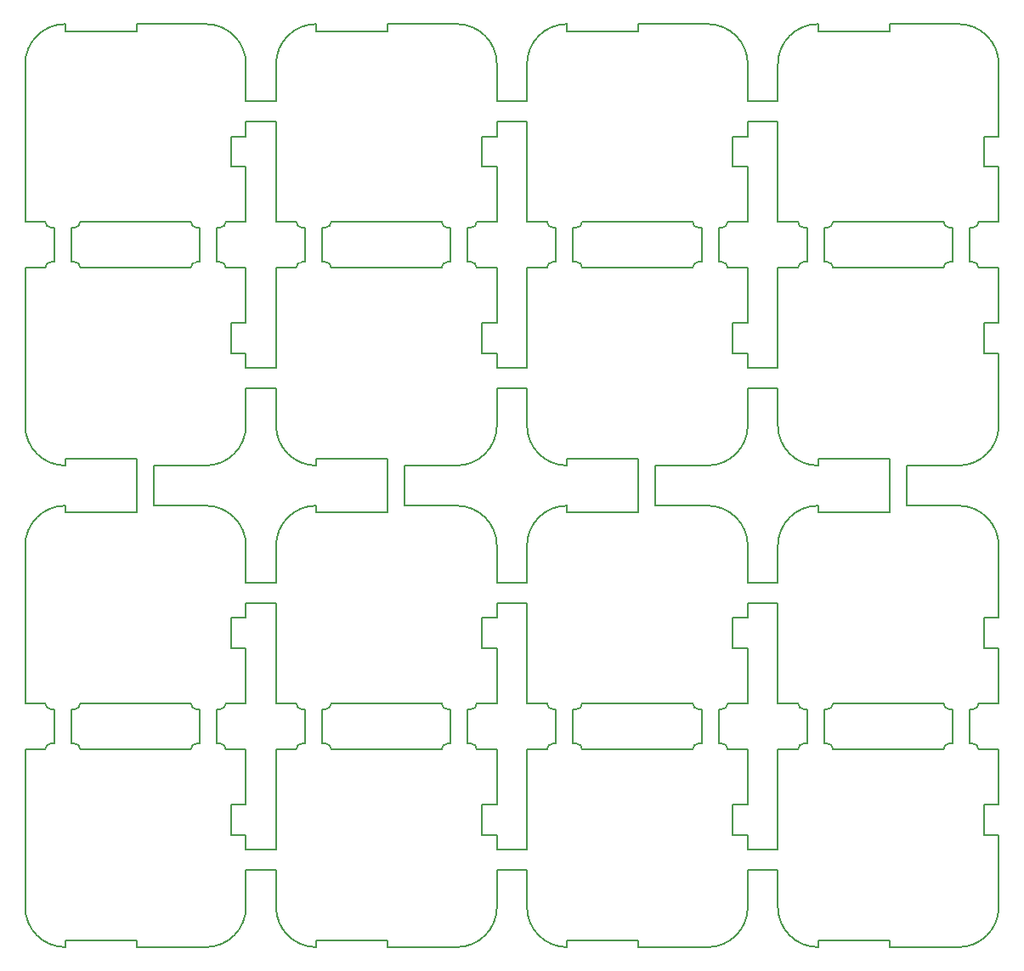
<source format=gbr>
%TF.GenerationSoftware,KiCad,Pcbnew,4.0.7*%
%TF.CreationDate,2018-06-19T18:29:04+03:00*%
%TF.ProjectId,TinyDiversityRX5808_panelized,54696E79446976657273697479525835,rev?*%
%TF.FileFunction,Profile,NP*%
%FSLAX46Y46*%
G04 Gerber Fmt 4.6, Leading zero omitted, Abs format (unit mm)*
G04 Created by KiCad (PCBNEW 4.0.7) date 06/19/18 18:29:04*
%MOMM*%
%LPD*%
G01*
G04 APERTURE LIST*
%ADD10C,0.100000*%
%ADD11C,0.150000*%
G04 APERTURE END LIST*
D10*
D11*
X214900000Y-63750000D02*
X214900000Y-67750000D01*
X216600000Y-67750000D02*
X221800000Y-67750000D01*
X216600000Y-63750000D02*
X216600000Y-67750000D01*
X221800000Y-63750000D02*
X216600000Y-63750000D01*
X191600000Y-63750000D02*
X191600000Y-67750000D01*
X196800000Y-63750000D02*
X191600000Y-63750000D01*
X189900000Y-63750000D02*
X189900000Y-67750000D01*
X191600000Y-67750000D02*
X196800000Y-67750000D01*
X166600000Y-67750000D02*
X171800000Y-67750000D01*
X171800000Y-63750000D02*
X166600000Y-63750000D01*
X164900000Y-63750000D02*
X164900000Y-67750000D01*
X166600000Y-63750000D02*
X166600000Y-67750000D01*
X141600000Y-67750000D02*
X146800000Y-67750000D01*
X141600000Y-63750000D02*
X146800000Y-63750000D01*
X141600000Y-63750000D02*
X141600000Y-67750000D01*
X139900000Y-63750000D02*
X139900000Y-67750000D01*
X134300000Y-63050000D02*
X137300000Y-63050000D01*
X150800000Y-52550000D02*
X149300000Y-52550000D01*
X149300000Y-52550000D02*
X149300000Y-49550000D01*
X149300000Y-49550000D02*
X150800000Y-49550000D01*
X150800000Y-49550000D02*
X150800000Y-44050000D01*
X139900000Y-63750000D02*
X139900000Y-63050000D01*
X139900000Y-63050000D02*
X137300000Y-63050000D01*
X146800000Y-63750000D02*
G75*
G03X150800000Y-59750000I0J4000000D01*
G01*
X128800000Y-59750000D02*
G75*
G03X132800000Y-63750000I4000000J0D01*
G01*
X128800000Y-59750000D02*
X128800000Y-44050000D01*
X132800000Y-63750000D02*
X132800000Y-63050000D01*
X132800000Y-63050000D02*
X134300000Y-63050000D01*
X131400000Y-43450000D02*
G75*
G03X130800000Y-44050000I0J-600000D01*
G01*
X134300000Y-44050000D02*
G75*
G03X133700000Y-43450000I-600000J0D01*
G01*
X145900000Y-43450000D02*
G75*
G03X145300000Y-44050000I0J-600000D01*
G01*
X148800000Y-44050000D02*
G75*
G03X148200000Y-43450000I-600000J0D01*
G01*
X130800000Y-44050000D02*
X128800000Y-44050000D01*
X148800000Y-44050000D02*
X150800000Y-44050000D01*
X173800000Y-44050000D02*
X175800000Y-44050000D01*
X155800000Y-44050000D02*
X153800000Y-44050000D01*
X173800000Y-44050000D02*
G75*
G03X173200000Y-43450000I-600000J0D01*
G01*
X170900000Y-43450000D02*
G75*
G03X170300000Y-44050000I0J-600000D01*
G01*
X159300000Y-44050000D02*
G75*
G03X158700000Y-43450000I-600000J0D01*
G01*
X156400000Y-43450000D02*
G75*
G03X155800000Y-44050000I0J-600000D01*
G01*
X157800000Y-63050000D02*
X159300000Y-63050000D01*
X157800000Y-63750000D02*
X157800000Y-63050000D01*
X153800000Y-59750000D02*
G75*
G03X157800000Y-63750000I4000000J0D01*
G01*
X171800000Y-63750000D02*
G75*
G03X175800000Y-59750000I0J4000000D01*
G01*
X164900000Y-63050000D02*
X162300000Y-63050000D01*
X164900000Y-63750000D02*
X164900000Y-63050000D01*
X175800000Y-49550000D02*
X175800000Y-44050000D01*
X174300000Y-49550000D02*
X175800000Y-49550000D01*
X174300000Y-52550000D02*
X174300000Y-49550000D01*
X175800000Y-52550000D02*
X174300000Y-52550000D01*
X159300000Y-63050000D02*
X162300000Y-63050000D01*
X184300000Y-63050000D02*
X187300000Y-63050000D01*
X200800000Y-52550000D02*
X199300000Y-52550000D01*
X199300000Y-52550000D02*
X199300000Y-49550000D01*
X199300000Y-49550000D02*
X200800000Y-49550000D01*
X200800000Y-49550000D02*
X200800000Y-44050000D01*
X189900000Y-63750000D02*
X189900000Y-63050000D01*
X189900000Y-63050000D02*
X187300000Y-63050000D01*
X196800000Y-63750000D02*
G75*
G03X200800000Y-59750000I0J4000000D01*
G01*
X178800000Y-59750000D02*
G75*
G03X182800000Y-63750000I4000000J0D01*
G01*
X182800000Y-63750000D02*
X182800000Y-63050000D01*
X182800000Y-63050000D02*
X184300000Y-63050000D01*
X181400000Y-43450000D02*
G75*
G03X180800000Y-44050000I0J-600000D01*
G01*
X184300000Y-44050000D02*
G75*
G03X183700000Y-43450000I-600000J0D01*
G01*
X195900000Y-43450000D02*
G75*
G03X195300000Y-44050000I0J-600000D01*
G01*
X198800000Y-44050000D02*
G75*
G03X198200000Y-43450000I-600000J0D01*
G01*
X180800000Y-44050000D02*
X178800000Y-44050000D01*
X184300000Y-44050000D02*
X195300000Y-44050000D01*
X198800000Y-44050000D02*
X200800000Y-44050000D01*
X223800000Y-44050000D02*
X225800000Y-44050000D01*
X209300000Y-44050000D02*
X220300000Y-44050000D01*
X205800000Y-44050000D02*
X203800000Y-44050000D01*
X223800000Y-44050000D02*
G75*
G03X223200000Y-43450000I-600000J0D01*
G01*
X220900000Y-43450000D02*
G75*
G03X220300000Y-44050000I0J-600000D01*
G01*
X209300000Y-44050000D02*
G75*
G03X208700000Y-43450000I-600000J0D01*
G01*
X206400000Y-43450000D02*
G75*
G03X205800000Y-44050000I0J-600000D01*
G01*
X207800000Y-63050000D02*
X209300000Y-63050000D01*
X207800000Y-63750000D02*
X207800000Y-63050000D01*
X203800000Y-59750000D02*
G75*
G03X207800000Y-63750000I4000000J0D01*
G01*
X225800000Y-59750000D02*
X225800000Y-52550000D01*
X221800000Y-63750000D02*
G75*
G03X225800000Y-59750000I0J4000000D01*
G01*
X214900000Y-63050000D02*
X212300000Y-63050000D01*
X214900000Y-63750000D02*
X214900000Y-63050000D01*
X225800000Y-49550000D02*
X225800000Y-44050000D01*
X224300000Y-49550000D02*
X225800000Y-49550000D01*
X224300000Y-52550000D02*
X224300000Y-49550000D01*
X225800000Y-52550000D02*
X224300000Y-52550000D01*
X209300000Y-63050000D02*
X212300000Y-63050000D01*
X150800000Y-54050000D02*
X153800000Y-54050000D01*
X150800000Y-56050000D02*
X153800000Y-56050000D01*
X150800000Y-52550000D02*
X150800000Y-54050000D01*
X150800000Y-56050000D02*
X150800000Y-59750000D01*
X153800000Y-54050000D02*
X153800000Y-44050000D01*
X153800000Y-59750000D02*
X153800000Y-56050000D01*
X175800000Y-54050000D02*
X178800000Y-54050000D01*
X175800000Y-56050000D02*
X178800000Y-56050000D01*
X175800000Y-52550000D02*
X175800000Y-54050000D01*
X175800000Y-56050000D02*
X175800000Y-59750000D01*
X178800000Y-59750000D02*
X178800000Y-56050000D01*
X178800000Y-54050000D02*
X178800000Y-44050000D01*
X200800000Y-54050000D02*
X203800000Y-54050000D01*
X200800000Y-56050000D02*
X203800000Y-56050000D01*
X203800000Y-44050000D02*
X203800000Y-54050000D01*
X200800000Y-52550000D02*
X200800000Y-54050000D01*
X200800000Y-56050000D02*
X200800000Y-59750000D01*
X203800000Y-56050000D02*
X203800000Y-59750000D01*
X203800000Y-27450000D02*
X203800000Y-23750000D01*
X200800000Y-27450000D02*
X200800000Y-23750000D01*
X200800000Y-30950000D02*
X200800000Y-29450000D01*
X203800000Y-39450000D02*
X203800000Y-29450000D01*
X200800000Y-27450000D02*
X203800000Y-27450000D01*
X200800000Y-29450000D02*
X203800000Y-29450000D01*
X178800000Y-29450000D02*
X178800000Y-39450000D01*
X178800000Y-23750000D02*
X178800000Y-27450000D01*
X175800000Y-27450000D02*
X175800000Y-23750000D01*
X175800000Y-30950000D02*
X175800000Y-29450000D01*
X175800000Y-27450000D02*
X178800000Y-27450000D01*
X175800000Y-29450000D02*
X178800000Y-29450000D01*
X153800000Y-23750000D02*
X153800000Y-27450000D01*
X153800000Y-29450000D02*
X153800000Y-39450000D01*
X150800000Y-27450000D02*
X150800000Y-23750000D01*
X150800000Y-30950000D02*
X150800000Y-29450000D01*
X150800000Y-27450000D02*
X153800000Y-27450000D01*
X150800000Y-29450000D02*
X153800000Y-29450000D01*
X209300000Y-20450000D02*
X212300000Y-20450000D01*
X225800000Y-30950000D02*
X224300000Y-30950000D01*
X224300000Y-30950000D02*
X224300000Y-33950000D01*
X224300000Y-33950000D02*
X225800000Y-33950000D01*
X225800000Y-33950000D02*
X225800000Y-39450000D01*
X214900000Y-19750000D02*
X214900000Y-20450000D01*
X214900000Y-20450000D02*
X212300000Y-20450000D01*
X221800000Y-19750000D02*
G75*
G02X225800000Y-23750000I0J-4000000D01*
G01*
X225800000Y-23750000D02*
X225800000Y-30950000D01*
X221800000Y-19750000D02*
X214900000Y-19750000D01*
X203800000Y-23750000D02*
G75*
G02X207800000Y-19750000I4000000J0D01*
G01*
X207800000Y-19750000D02*
X207800000Y-20450000D01*
X207800000Y-20450000D02*
X209300000Y-20450000D01*
X206400000Y-40050000D02*
G75*
G02X205800000Y-39450000I0J600000D01*
G01*
X209300000Y-39450000D02*
G75*
G02X208700000Y-40050000I-600000J0D01*
G01*
X220900000Y-40050000D02*
G75*
G02X220300000Y-39450000I0J600000D01*
G01*
X223800000Y-39450000D02*
G75*
G02X223200000Y-40050000I-600000J0D01*
G01*
X205800000Y-39450000D02*
X203800000Y-39450000D01*
X209300000Y-39450000D02*
X220300000Y-39450000D01*
X223800000Y-39450000D02*
X225800000Y-39450000D01*
X198800000Y-39450000D02*
X200800000Y-39450000D01*
X184300000Y-39450000D02*
X195300000Y-39450000D01*
X180800000Y-39450000D02*
X178800000Y-39450000D01*
X198800000Y-39450000D02*
G75*
G02X198200000Y-40050000I-600000J0D01*
G01*
X195900000Y-40050000D02*
G75*
G02X195300000Y-39450000I0J600000D01*
G01*
X184300000Y-39450000D02*
G75*
G02X183700000Y-40050000I-600000J0D01*
G01*
X181400000Y-40050000D02*
G75*
G02X180800000Y-39450000I0J600000D01*
G01*
X182800000Y-20450000D02*
X184300000Y-20450000D01*
X182800000Y-19750000D02*
X182800000Y-20450000D01*
X178800000Y-23750000D02*
G75*
G02X182800000Y-19750000I4000000J0D01*
G01*
X196800000Y-19750000D02*
X189900000Y-19750000D01*
X196800000Y-19750000D02*
G75*
G02X200800000Y-23750000I0J-4000000D01*
G01*
X189900000Y-20450000D02*
X187300000Y-20450000D01*
X189900000Y-19750000D02*
X189900000Y-20450000D01*
X200800000Y-33950000D02*
X200800000Y-39450000D01*
X199300000Y-33950000D02*
X200800000Y-33950000D01*
X199300000Y-30950000D02*
X199300000Y-33950000D01*
X200800000Y-30950000D02*
X199300000Y-30950000D01*
X184300000Y-20450000D02*
X187300000Y-20450000D01*
X159300000Y-20450000D02*
X162300000Y-20450000D01*
X175800000Y-30950000D02*
X174300000Y-30950000D01*
X174300000Y-30950000D02*
X174300000Y-33950000D01*
X174300000Y-33950000D02*
X175800000Y-33950000D01*
X175800000Y-33950000D02*
X175800000Y-39450000D01*
X164900000Y-19750000D02*
X164900000Y-20450000D01*
X164900000Y-20450000D02*
X162300000Y-20450000D01*
X171800000Y-19750000D02*
G75*
G02X175800000Y-23750000I0J-4000000D01*
G01*
X153800000Y-23750000D02*
G75*
G02X157800000Y-19750000I4000000J0D01*
G01*
X157800000Y-19750000D02*
X157800000Y-20450000D01*
X157800000Y-20450000D02*
X159300000Y-20450000D01*
X156400000Y-40050000D02*
G75*
G02X155800000Y-39450000I0J600000D01*
G01*
X159300000Y-39450000D02*
G75*
G02X158700000Y-40050000I-600000J0D01*
G01*
X170900000Y-40050000D02*
G75*
G02X170300000Y-39450000I0J600000D01*
G01*
X173800000Y-39450000D02*
G75*
G02X173200000Y-40050000I-600000J0D01*
G01*
X155800000Y-39450000D02*
X153800000Y-39450000D01*
X159300000Y-39450000D02*
X170300000Y-39450000D01*
X173800000Y-39450000D02*
X175800000Y-39450000D01*
X148800000Y-39450000D02*
X150800000Y-39450000D01*
X134300000Y-39450000D02*
X145300000Y-39450000D01*
X130800000Y-39450000D02*
X128800000Y-39450000D01*
X148800000Y-39450000D02*
G75*
G02X148200000Y-40050000I-600000J0D01*
G01*
X145900000Y-40050000D02*
G75*
G02X145300000Y-39450000I0J600000D01*
G01*
X134300000Y-39450000D02*
G75*
G02X133700000Y-40050000I-600000J0D01*
G01*
X131400000Y-40050000D02*
G75*
G02X130800000Y-39450000I0J600000D01*
G01*
X132800000Y-20450000D02*
X134300000Y-20450000D01*
X132800000Y-19750000D02*
X132800000Y-20450000D01*
X128800000Y-23750000D02*
X128800000Y-39450000D01*
X128800000Y-23750000D02*
G75*
G02X132800000Y-19750000I4000000J0D01*
G01*
X146800000Y-19750000D02*
G75*
G02X150800000Y-23750000I0J-4000000D01*
G01*
X139900000Y-20450000D02*
X137300000Y-20450000D01*
X139900000Y-19750000D02*
X139900000Y-20450000D01*
X150800000Y-33950000D02*
X150800000Y-39450000D01*
X149300000Y-33950000D02*
X150800000Y-33950000D01*
X149300000Y-30950000D02*
X149300000Y-33950000D01*
X150800000Y-30950000D02*
X149300000Y-30950000D01*
X134300000Y-20450000D02*
X137300000Y-20450000D01*
X159300000Y-44050000D02*
X170300000Y-44050000D01*
X171800000Y-19750000D02*
X164900000Y-19750000D01*
X134300000Y-44050000D02*
X145300000Y-44050000D01*
X146800000Y-19750000D02*
X139900000Y-19750000D01*
X156400000Y-43450000D02*
X156700000Y-43450000D01*
X156700000Y-43450000D02*
X156700000Y-40050000D01*
X156700000Y-40050000D02*
X156400000Y-40050000D01*
X158700000Y-43450000D02*
X158400000Y-43450000D01*
X158400000Y-43450000D02*
X158400000Y-40050000D01*
X158400000Y-40050000D02*
X158700000Y-40050000D01*
X171200000Y-43450000D02*
X171200000Y-40050000D01*
X172900000Y-40050000D02*
X172900000Y-43450000D01*
X173200000Y-43450000D02*
X172900000Y-43450000D01*
X171200000Y-43450000D02*
X170900000Y-43450000D01*
X170900000Y-40050000D02*
X171200000Y-40050000D01*
X172900000Y-40050000D02*
X173200000Y-40050000D01*
X147900000Y-40050000D02*
X148200000Y-40050000D01*
X145900000Y-40050000D02*
X146200000Y-40050000D01*
X146200000Y-43450000D02*
X145900000Y-43450000D01*
X148200000Y-43450000D02*
X147900000Y-43450000D01*
X147900000Y-40050000D02*
X147900000Y-43450000D01*
X146200000Y-43450000D02*
X146200000Y-40050000D01*
X133400000Y-40050000D02*
X133700000Y-40050000D01*
X133400000Y-43450000D02*
X133400000Y-40050000D01*
X133700000Y-43450000D02*
X133400000Y-43450000D01*
X131700000Y-40050000D02*
X131400000Y-40050000D01*
X131700000Y-43450000D02*
X131700000Y-40050000D01*
X131400000Y-43450000D02*
X131700000Y-43450000D01*
X197900000Y-40050000D02*
X198200000Y-40050000D01*
X195900000Y-40050000D02*
X196200000Y-40050000D01*
X196200000Y-43450000D02*
X195900000Y-43450000D01*
X198200000Y-43450000D02*
X197900000Y-43450000D01*
X197900000Y-40050000D02*
X197900000Y-43450000D01*
X196200000Y-43450000D02*
X196200000Y-40050000D01*
X183400000Y-40050000D02*
X183700000Y-40050000D01*
X183400000Y-43450000D02*
X183400000Y-40050000D01*
X183700000Y-43450000D02*
X183400000Y-43450000D01*
X181700000Y-40050000D02*
X181400000Y-40050000D01*
X181700000Y-43450000D02*
X181700000Y-40050000D01*
X181400000Y-43450000D02*
X181700000Y-43450000D01*
X206400000Y-43450000D02*
X206700000Y-43450000D01*
X206700000Y-43450000D02*
X206700000Y-40050000D01*
X206700000Y-40050000D02*
X206400000Y-40050000D01*
X208700000Y-43450000D02*
X208400000Y-43450000D01*
X208400000Y-43450000D02*
X208400000Y-40050000D01*
X208400000Y-40050000D02*
X208700000Y-40050000D01*
X221200000Y-43450000D02*
X221200000Y-40050000D01*
X222900000Y-40050000D02*
X222900000Y-43450000D01*
X223200000Y-43450000D02*
X222900000Y-43450000D01*
X221200000Y-43450000D02*
X220900000Y-43450000D01*
X220900000Y-40050000D02*
X221200000Y-40050000D01*
X222900000Y-40050000D02*
X223200000Y-40050000D01*
X222900000Y-88050000D02*
X223200000Y-88050000D01*
X220900000Y-88050000D02*
X221200000Y-88050000D01*
X221200000Y-91450000D02*
X220900000Y-91450000D01*
X223200000Y-91450000D02*
X222900000Y-91450000D01*
X222900000Y-88050000D02*
X222900000Y-91450000D01*
X221200000Y-91450000D02*
X221200000Y-88050000D01*
X208400000Y-88050000D02*
X208700000Y-88050000D01*
X208400000Y-91450000D02*
X208400000Y-88050000D01*
X208700000Y-91450000D02*
X208400000Y-91450000D01*
X206700000Y-88050000D02*
X206400000Y-88050000D01*
X206700000Y-91450000D02*
X206700000Y-88050000D01*
X206400000Y-91450000D02*
X206700000Y-91450000D01*
X181400000Y-91450000D02*
X181700000Y-91450000D01*
X181700000Y-91450000D02*
X181700000Y-88050000D01*
X181700000Y-88050000D02*
X181400000Y-88050000D01*
X183700000Y-91450000D02*
X183400000Y-91450000D01*
X183400000Y-91450000D02*
X183400000Y-88050000D01*
X183400000Y-88050000D02*
X183700000Y-88050000D01*
X196200000Y-91450000D02*
X196200000Y-88050000D01*
X197900000Y-88050000D02*
X197900000Y-91450000D01*
X198200000Y-91450000D02*
X197900000Y-91450000D01*
X196200000Y-91450000D02*
X195900000Y-91450000D01*
X195900000Y-88050000D02*
X196200000Y-88050000D01*
X197900000Y-88050000D02*
X198200000Y-88050000D01*
X131400000Y-91450000D02*
X131700000Y-91450000D01*
X131700000Y-91450000D02*
X131700000Y-88050000D01*
X131700000Y-88050000D02*
X131400000Y-88050000D01*
X133700000Y-91450000D02*
X133400000Y-91450000D01*
X133400000Y-91450000D02*
X133400000Y-88050000D01*
X133400000Y-88050000D02*
X133700000Y-88050000D01*
X146200000Y-91450000D02*
X146200000Y-88050000D01*
X147900000Y-88050000D02*
X147900000Y-91450000D01*
X148200000Y-91450000D02*
X147900000Y-91450000D01*
X146200000Y-91450000D02*
X145900000Y-91450000D01*
X145900000Y-88050000D02*
X146200000Y-88050000D01*
X147900000Y-88050000D02*
X148200000Y-88050000D01*
X172900000Y-88050000D02*
X173200000Y-88050000D01*
X170900000Y-88050000D02*
X171200000Y-88050000D01*
X171200000Y-91450000D02*
X170900000Y-91450000D01*
X173200000Y-91450000D02*
X172900000Y-91450000D01*
X172900000Y-88050000D02*
X172900000Y-91450000D01*
X171200000Y-91450000D02*
X171200000Y-88050000D01*
X158400000Y-88050000D02*
X158700000Y-88050000D01*
X158400000Y-91450000D02*
X158400000Y-88050000D01*
X158700000Y-91450000D02*
X158400000Y-91450000D01*
X156700000Y-88050000D02*
X156400000Y-88050000D01*
X156700000Y-91450000D02*
X156700000Y-88050000D01*
X156400000Y-91450000D02*
X156700000Y-91450000D01*
X134300000Y-92050000D02*
X145300000Y-92050000D01*
X159300000Y-92050000D02*
X170300000Y-92050000D01*
X134300000Y-68450000D02*
X137300000Y-68450000D01*
X150800000Y-78950000D02*
X149300000Y-78950000D01*
X149300000Y-78950000D02*
X149300000Y-81950000D01*
X149300000Y-81950000D02*
X150800000Y-81950000D01*
X150800000Y-81950000D02*
X150800000Y-87450000D01*
X139900000Y-67750000D02*
X139900000Y-68450000D01*
X139900000Y-68450000D02*
X137300000Y-68450000D01*
X146800000Y-67750000D02*
G75*
G02X150800000Y-71750000I0J-4000000D01*
G01*
X128800000Y-71750000D02*
G75*
G02X132800000Y-67750000I4000000J0D01*
G01*
X128800000Y-71750000D02*
X128800000Y-87450000D01*
X132800000Y-67750000D02*
X132800000Y-68450000D01*
X132800000Y-68450000D02*
X134300000Y-68450000D01*
X131400000Y-88050000D02*
G75*
G02X130800000Y-87450000I0J600000D01*
G01*
X134300000Y-87450000D02*
G75*
G02X133700000Y-88050000I-600000J0D01*
G01*
X145900000Y-88050000D02*
G75*
G02X145300000Y-87450000I0J600000D01*
G01*
X148800000Y-87450000D02*
G75*
G02X148200000Y-88050000I-600000J0D01*
G01*
X130800000Y-87450000D02*
X128800000Y-87450000D01*
X134300000Y-87450000D02*
X145300000Y-87450000D01*
X148800000Y-87450000D02*
X150800000Y-87450000D01*
X173800000Y-87450000D02*
X175800000Y-87450000D01*
X159300000Y-87450000D02*
X170300000Y-87450000D01*
X155800000Y-87450000D02*
X153800000Y-87450000D01*
X173800000Y-87450000D02*
G75*
G02X173200000Y-88050000I-600000J0D01*
G01*
X170900000Y-88050000D02*
G75*
G02X170300000Y-87450000I0J600000D01*
G01*
X159300000Y-87450000D02*
G75*
G02X158700000Y-88050000I-600000J0D01*
G01*
X156400000Y-88050000D02*
G75*
G02X155800000Y-87450000I0J600000D01*
G01*
X157800000Y-68450000D02*
X159300000Y-68450000D01*
X157800000Y-67750000D02*
X157800000Y-68450000D01*
X153800000Y-71750000D02*
G75*
G02X157800000Y-67750000I4000000J0D01*
G01*
X171800000Y-67750000D02*
G75*
G02X175800000Y-71750000I0J-4000000D01*
G01*
X164900000Y-68450000D02*
X162300000Y-68450000D01*
X164900000Y-67750000D02*
X164900000Y-68450000D01*
X175800000Y-81950000D02*
X175800000Y-87450000D01*
X174300000Y-81950000D02*
X175800000Y-81950000D01*
X174300000Y-78950000D02*
X174300000Y-81950000D01*
X175800000Y-78950000D02*
X174300000Y-78950000D01*
X159300000Y-68450000D02*
X162300000Y-68450000D01*
X184300000Y-68450000D02*
X187300000Y-68450000D01*
X200800000Y-78950000D02*
X199300000Y-78950000D01*
X199300000Y-78950000D02*
X199300000Y-81950000D01*
X199300000Y-81950000D02*
X200800000Y-81950000D01*
X200800000Y-81950000D02*
X200800000Y-87450000D01*
X189900000Y-67750000D02*
X189900000Y-68450000D01*
X189900000Y-68450000D02*
X187300000Y-68450000D01*
X196800000Y-67750000D02*
G75*
G02X200800000Y-71750000I0J-4000000D01*
G01*
X178800000Y-71750000D02*
G75*
G02X182800000Y-67750000I4000000J0D01*
G01*
X182800000Y-67750000D02*
X182800000Y-68450000D01*
X182800000Y-68450000D02*
X184300000Y-68450000D01*
X181400000Y-88050000D02*
G75*
G02X180800000Y-87450000I0J600000D01*
G01*
X184300000Y-87450000D02*
G75*
G02X183700000Y-88050000I-600000J0D01*
G01*
X195900000Y-88050000D02*
G75*
G02X195300000Y-87450000I0J600000D01*
G01*
X198800000Y-87450000D02*
G75*
G02X198200000Y-88050000I-600000J0D01*
G01*
X180800000Y-87450000D02*
X178800000Y-87450000D01*
X184300000Y-87450000D02*
X195300000Y-87450000D01*
X198800000Y-87450000D02*
X200800000Y-87450000D01*
X223800000Y-87450000D02*
X225800000Y-87450000D01*
X209300000Y-87450000D02*
X220300000Y-87450000D01*
X205800000Y-87450000D02*
X203800000Y-87450000D01*
X223800000Y-87450000D02*
G75*
G02X223200000Y-88050000I-600000J0D01*
G01*
X220900000Y-88050000D02*
G75*
G02X220300000Y-87450000I0J600000D01*
G01*
X209300000Y-87450000D02*
G75*
G02X208700000Y-88050000I-600000J0D01*
G01*
X206400000Y-88050000D02*
G75*
G02X205800000Y-87450000I0J600000D01*
G01*
X207800000Y-68450000D02*
X209300000Y-68450000D01*
X207800000Y-67750000D02*
X207800000Y-68450000D01*
X203800000Y-71750000D02*
G75*
G02X207800000Y-67750000I4000000J0D01*
G01*
X225800000Y-71750000D02*
X225800000Y-78950000D01*
X221800000Y-67750000D02*
G75*
G02X225800000Y-71750000I0J-4000000D01*
G01*
X214900000Y-68450000D02*
X212300000Y-68450000D01*
X214900000Y-67750000D02*
X214900000Y-68450000D01*
X225800000Y-81950000D02*
X225800000Y-87450000D01*
X224300000Y-81950000D02*
X225800000Y-81950000D01*
X224300000Y-78950000D02*
X224300000Y-81950000D01*
X225800000Y-78950000D02*
X224300000Y-78950000D01*
X209300000Y-68450000D02*
X212300000Y-68450000D01*
X150800000Y-77450000D02*
X153800000Y-77450000D01*
X150800000Y-75450000D02*
X153800000Y-75450000D01*
X150800000Y-78950000D02*
X150800000Y-77450000D01*
X150800000Y-75450000D02*
X150800000Y-71750000D01*
X153800000Y-77450000D02*
X153800000Y-87450000D01*
X153800000Y-71750000D02*
X153800000Y-75450000D01*
X175800000Y-77450000D02*
X178800000Y-77450000D01*
X175800000Y-75450000D02*
X178800000Y-75450000D01*
X175800000Y-78950000D02*
X175800000Y-77450000D01*
X175800000Y-75450000D02*
X175800000Y-71750000D01*
X178800000Y-71750000D02*
X178800000Y-75450000D01*
X178800000Y-77450000D02*
X178800000Y-87450000D01*
X200800000Y-77450000D02*
X203800000Y-77450000D01*
X200800000Y-75450000D02*
X203800000Y-75450000D01*
X203800000Y-87450000D02*
X203800000Y-77450000D01*
X200800000Y-78950000D02*
X200800000Y-77450000D01*
X200800000Y-75450000D02*
X200800000Y-71750000D01*
X203800000Y-75450000D02*
X203800000Y-71750000D01*
X203800000Y-104050000D02*
X203800000Y-107750000D01*
X200800000Y-104050000D02*
X200800000Y-107750000D01*
X200800000Y-100550000D02*
X200800000Y-102050000D01*
X203800000Y-92050000D02*
X203800000Y-102050000D01*
X200800000Y-104050000D02*
X203800000Y-104050000D01*
X200800000Y-102050000D02*
X203800000Y-102050000D01*
X178800000Y-102050000D02*
X178800000Y-92050000D01*
X178800000Y-107750000D02*
X178800000Y-104050000D01*
X175800000Y-104050000D02*
X175800000Y-107750000D01*
X175800000Y-100550000D02*
X175800000Y-102050000D01*
X175800000Y-104050000D02*
X178800000Y-104050000D01*
X175800000Y-102050000D02*
X178800000Y-102050000D01*
X153800000Y-107750000D02*
X153800000Y-104050000D01*
X153800000Y-102050000D02*
X153800000Y-92050000D01*
X150800000Y-104050000D02*
X150800000Y-107750000D01*
X150800000Y-100550000D02*
X150800000Y-102050000D01*
X150800000Y-104050000D02*
X153800000Y-104050000D01*
X150800000Y-102050000D02*
X153800000Y-102050000D01*
X209300000Y-111050000D02*
X212300000Y-111050000D01*
X225800000Y-100550000D02*
X224300000Y-100550000D01*
X224300000Y-100550000D02*
X224300000Y-97550000D01*
X224300000Y-97550000D02*
X225800000Y-97550000D01*
X225800000Y-97550000D02*
X225800000Y-92050000D01*
X214900000Y-111750000D02*
X214900000Y-111050000D01*
X214900000Y-111050000D02*
X212300000Y-111050000D01*
X221800000Y-111750000D02*
G75*
G03X225800000Y-107750000I0J4000000D01*
G01*
X225800000Y-107750000D02*
X225800000Y-100550000D01*
X221800000Y-111750000D02*
X214900000Y-111750000D01*
X203800000Y-107750000D02*
G75*
G03X207800000Y-111750000I4000000J0D01*
G01*
X207800000Y-111750000D02*
X207800000Y-111050000D01*
X207800000Y-111050000D02*
X209300000Y-111050000D01*
X206400000Y-91450000D02*
G75*
G03X205800000Y-92050000I0J-600000D01*
G01*
X209300000Y-92050000D02*
G75*
G03X208700000Y-91450000I-600000J0D01*
G01*
X220900000Y-91450000D02*
G75*
G03X220300000Y-92050000I0J-600000D01*
G01*
X223800000Y-92050000D02*
G75*
G03X223200000Y-91450000I-600000J0D01*
G01*
X205800000Y-92050000D02*
X203800000Y-92050000D01*
X209300000Y-92050000D02*
X220300000Y-92050000D01*
X223800000Y-92050000D02*
X225800000Y-92050000D01*
X198800000Y-92050000D02*
X200800000Y-92050000D01*
X184300000Y-92050000D02*
X195300000Y-92050000D01*
X180800000Y-92050000D02*
X178800000Y-92050000D01*
X198800000Y-92050000D02*
G75*
G03X198200000Y-91450000I-600000J0D01*
G01*
X195900000Y-91450000D02*
G75*
G03X195300000Y-92050000I0J-600000D01*
G01*
X184300000Y-92050000D02*
G75*
G03X183700000Y-91450000I-600000J0D01*
G01*
X181400000Y-91450000D02*
G75*
G03X180800000Y-92050000I0J-600000D01*
G01*
X182800000Y-111050000D02*
X184300000Y-111050000D01*
X182800000Y-111750000D02*
X182800000Y-111050000D01*
X178800000Y-107750000D02*
G75*
G03X182800000Y-111750000I4000000J0D01*
G01*
X196800000Y-111750000D02*
X189900000Y-111750000D01*
X196800000Y-111750000D02*
G75*
G03X200800000Y-107750000I0J4000000D01*
G01*
X189900000Y-111050000D02*
X187300000Y-111050000D01*
X189900000Y-111750000D02*
X189900000Y-111050000D01*
X200800000Y-97550000D02*
X200800000Y-92050000D01*
X199300000Y-97550000D02*
X200800000Y-97550000D01*
X199300000Y-100550000D02*
X199300000Y-97550000D01*
X200800000Y-100550000D02*
X199300000Y-100550000D01*
X184300000Y-111050000D02*
X187300000Y-111050000D01*
X159300000Y-111050000D02*
X162300000Y-111050000D01*
X175800000Y-100550000D02*
X174300000Y-100550000D01*
X174300000Y-100550000D02*
X174300000Y-97550000D01*
X174300000Y-97550000D02*
X175800000Y-97550000D01*
X175800000Y-97550000D02*
X175800000Y-92050000D01*
X164900000Y-111750000D02*
X164900000Y-111050000D01*
X164900000Y-111050000D02*
X162300000Y-111050000D01*
X171800000Y-111750000D02*
G75*
G03X175800000Y-107750000I0J4000000D01*
G01*
X171800000Y-111750000D02*
X164900000Y-111750000D01*
X153800000Y-107750000D02*
G75*
G03X157800000Y-111750000I4000000J0D01*
G01*
X157800000Y-111750000D02*
X157800000Y-111050000D01*
X157800000Y-111050000D02*
X159300000Y-111050000D01*
X156400000Y-91450000D02*
G75*
G03X155800000Y-92050000I0J-600000D01*
G01*
X159300000Y-92050000D02*
G75*
G03X158700000Y-91450000I-600000J0D01*
G01*
X170900000Y-91450000D02*
G75*
G03X170300000Y-92050000I0J-600000D01*
G01*
X173800000Y-92050000D02*
G75*
G03X173200000Y-91450000I-600000J0D01*
G01*
X155800000Y-92050000D02*
X153800000Y-92050000D01*
X173800000Y-92050000D02*
X175800000Y-92050000D01*
X148800000Y-92050000D02*
X150800000Y-92050000D01*
X130800000Y-92050000D02*
X128800000Y-92050000D01*
X148800000Y-92050000D02*
G75*
G03X148200000Y-91450000I-600000J0D01*
G01*
X145900000Y-91450000D02*
G75*
G03X145300000Y-92050000I0J-600000D01*
G01*
X134300000Y-92050000D02*
G75*
G03X133700000Y-91450000I-600000J0D01*
G01*
X131400000Y-91450000D02*
G75*
G03X130800000Y-92050000I0J-600000D01*
G01*
X132800000Y-111050000D02*
X134300000Y-111050000D01*
X132800000Y-111750000D02*
X132800000Y-111050000D01*
X128800000Y-107750000D02*
X128800000Y-92050000D01*
X128800000Y-107750000D02*
G75*
G03X132800000Y-111750000I4000000J0D01*
G01*
X146800000Y-111750000D02*
X139900000Y-111750000D01*
X146800000Y-111750000D02*
G75*
G03X150800000Y-107750000I0J4000000D01*
G01*
X139900000Y-111050000D02*
X137300000Y-111050000D01*
X139900000Y-111750000D02*
X139900000Y-111050000D01*
X150800000Y-97550000D02*
X150800000Y-92050000D01*
X149300000Y-97550000D02*
X150800000Y-97550000D01*
X149300000Y-100550000D02*
X149300000Y-97550000D01*
X150800000Y-100550000D02*
X149300000Y-100550000D01*
X134300000Y-111050000D02*
X137300000Y-111050000D01*
M02*

</source>
